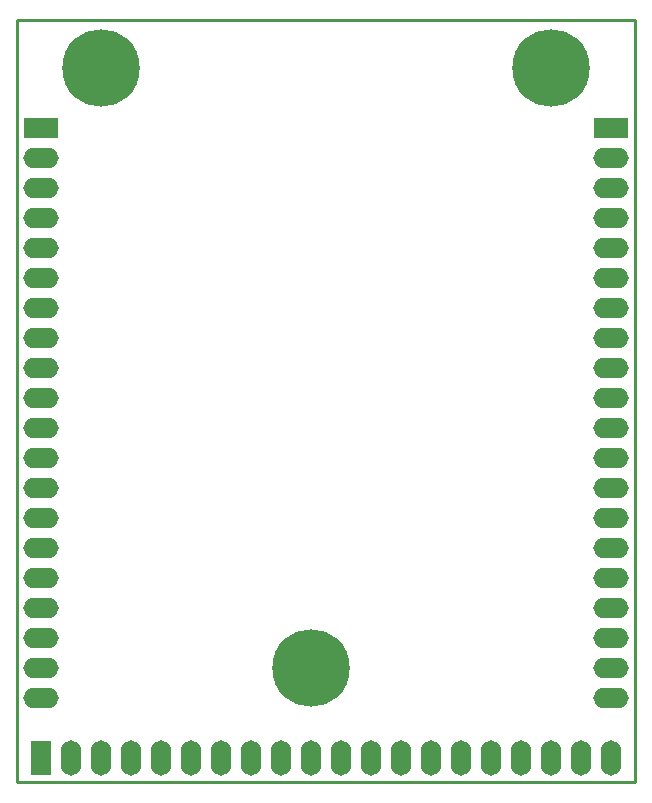
<source format=gbs>
G04 Layer_Color=16711935*
%FSLAX25Y25*%
%MOIN*%
G70*
G01*
G75*
%ADD17C,0.01000*%
%ADD41C,0.25800*%
%ADD42R,0.11800X0.06800*%
%ADD43O,0.11800X0.06800*%
%ADD44R,0.06800X0.11800*%
%ADD45O,0.06800X0.11800*%
D17*
X266500Y110000D02*
X472500D01*
Y364000D01*
X266500D02*
X472500D01*
X266500Y110000D02*
Y364000D01*
D41*
X364500Y148000D02*
D03*
X294500Y348000D02*
D03*
X444500D02*
D03*
D42*
X274500Y328000D02*
D03*
X464500D02*
D03*
D43*
X274500Y318000D02*
D03*
Y308000D02*
D03*
Y298000D02*
D03*
Y288000D02*
D03*
Y278000D02*
D03*
Y268000D02*
D03*
Y258000D02*
D03*
Y248000D02*
D03*
Y238000D02*
D03*
Y228000D02*
D03*
Y218000D02*
D03*
Y208000D02*
D03*
Y198000D02*
D03*
Y188000D02*
D03*
Y178000D02*
D03*
Y168000D02*
D03*
Y158000D02*
D03*
Y148000D02*
D03*
Y138000D02*
D03*
X464500Y318000D02*
D03*
Y308000D02*
D03*
Y298000D02*
D03*
Y288000D02*
D03*
Y278000D02*
D03*
Y268000D02*
D03*
Y258000D02*
D03*
Y248000D02*
D03*
Y238000D02*
D03*
Y228000D02*
D03*
Y218000D02*
D03*
Y208000D02*
D03*
Y198000D02*
D03*
Y188000D02*
D03*
Y178000D02*
D03*
Y168000D02*
D03*
Y158000D02*
D03*
Y148000D02*
D03*
Y138000D02*
D03*
D44*
X274500Y118000D02*
D03*
D45*
X284500D02*
D03*
X294500D02*
D03*
X304500D02*
D03*
X314500D02*
D03*
X324500D02*
D03*
X334500D02*
D03*
X344500D02*
D03*
X354500D02*
D03*
X364500D02*
D03*
X374500D02*
D03*
X384500D02*
D03*
X394500D02*
D03*
X404500D02*
D03*
X414500D02*
D03*
X424500D02*
D03*
X434500D02*
D03*
X444500D02*
D03*
X454500D02*
D03*
X464500D02*
D03*
M02*

</source>
